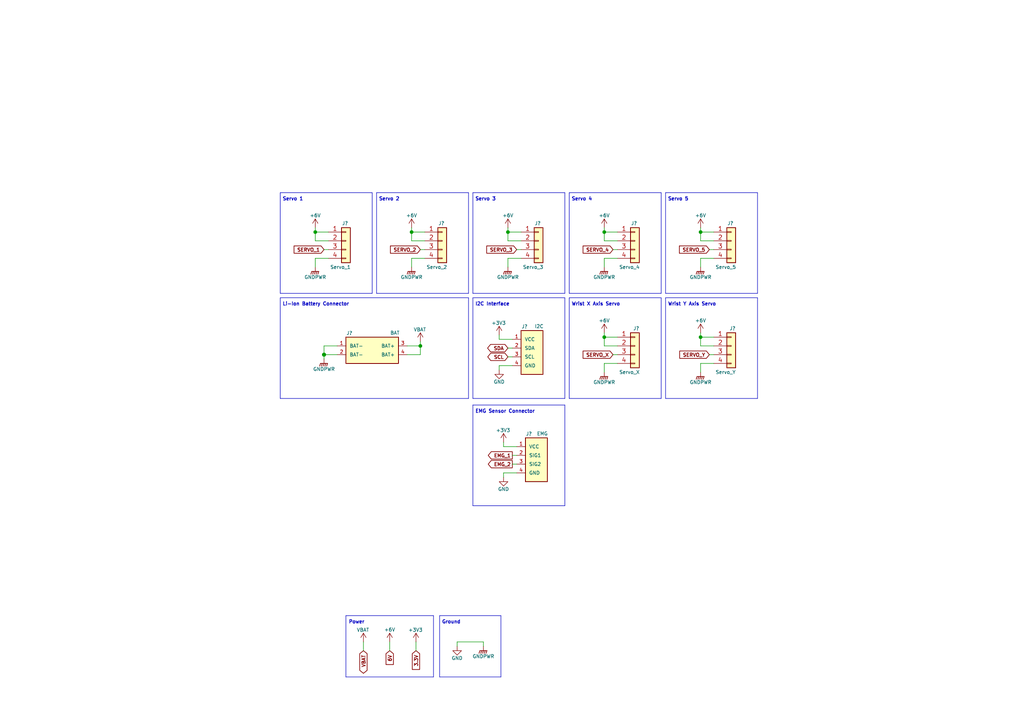
<source format=kicad_sch>
(kicad_sch (version 20201015) (generator eeschema)
  (paper "A4")
  (title_block (title "Output Connectors") (date "2020-10-20") (rev "1") (company "Drawn by: Hojadurdy Durdygylyjov") (comment 1 "All peripheral input and output connectors.") (comment 2 "CC Attribution-ShareAlike 4.0 International"))
  (lib_symbols
    (symbol "Connector_Generic:Conn_01x04" (pin_names (offset 1.016) hide)
      (property "Reference" "J" (at 0 5.08 0))
      (property "Value" "Conn_01x04" (at 0 -7.62 0))
      (symbol "Conn_01x04_1_1"
        (rectangle (start -1.27 -4.953) (end 0 -5.207) (stroke (width 0.1524)))
        (rectangle (start -1.27 -2.413) (end 0 -2.667) (stroke (width 0.1524)))
        (rectangle (start -1.27 2.667) (end 0 2.413) (stroke (width 0.1524)))
        (rectangle (start -1.27 3.81) (end 1.27 -6.35) (stroke (width 0.254)) (fill (type background)))
        (rectangle (start -1.27 0.127) (end 0 -0.127) (stroke (width 0.1524)))
        (pin passive line (at -5.08 2.54 0) (length 3.81) (name "Pin_1") (number "1"))
        (pin passive line (at -5.08 0 0) (length 3.81) (name "Pin_2") (number "2"))
        (pin passive line (at -5.08 -2.54 0) (length 3.81) (name "Pin_3") (number "3"))
        (pin passive line (at -5.08 -5.08 0) (length 3.81) (name "Pin_4") (number "4"))
      )
    )
    (symbol "HD_LibDB:BATT" (pin_names (offset 1.016))
      (property "Reference" "J" (at -2.54 8.89 0))
      (property "Value" "BATT" (at -7.62 -5.08 0))
      (symbol "BATT_0_1"
        (rectangle (start -7.62 3.81) (end 7.62 -3.81) (stroke (width 0.254)) (fill (type background)))
      )
      (symbol "BATT_1_1"
        (pin power_in line (at 10.16 1.27 180) (length 2.54) (name "BAT+") (number "3"))
        (pin passive line (at 10.16 -1.27 180) (length 2.54) (name "BAT+") (number "4"))
        (pin passive line (at -10.16 1.27 0) (length 2.54) (name "BAT-") (number "1"))
        (pin passive line (at -10.16 -1.27 0) (length 2.54) (name "BAT-") (number "2"))
      )
    )
    (symbol "HD_LibDB:EMG" (pin_names (offset 1.016))
      (property "Reference" "J" (at -2.54 8.89 0))
      (property "Value" "EMG" (at 1.27 8.89 0))
      (symbol "EMG_0_1"
        (rectangle (start -2.54 7.62) (end 3.81 -5.08) (stroke (width 0.254)) (fill (type background)))
      )
      (symbol "EMG_1_1"
        (pin power_in line (at -5.08 5.08 0) (length 2.54) (name "VCC") (number "1"))
        (pin bidirectional line (at -5.08 2.54 0) (length 2.54) (name "SIG1") (number "2"))
        (pin bidirectional line (at -5.08 0 0) (length 2.54) (name "SIG2") (number "3"))
        (pin power_in line (at -5.08 -2.54 0) (length 2.54) (name "GND") (number "4"))
      )
    )
    (symbol "HD_LibDB:I2C" (pin_names (offset 1.016))
      (property "Reference" "J" (at -2.54 8.89 0))
      (property "Value" "I2C" (at 1.27 8.89 0))
      (symbol "I2C_0_1"
        (rectangle (start -2.54 7.62) (end 3.81 -5.08) (stroke (width 0.254)) (fill (type background)))
      )
      (symbol "I2C_1_1"
        (pin power_in line (at -5.08 5.08 0) (length 2.54) (name "VCC") (number "1"))
        (pin bidirectional line (at -5.08 2.54 0) (length 2.54) (name "SDA") (number "2"))
        (pin bidirectional line (at -5.08 0 0) (length 2.54) (name "SCL") (number "3"))
        (pin power_in line (at -5.08 -2.54 0) (length 2.54) (name "GND") (number "4"))
      )
    )
    (symbol "HD_LibSym:+3.3V" (power) (pin_names (offset 0))
      (property "Value" "+3.3V" (at 0 2.921 0))
      (symbol "+3.3V_0_1"
        (polyline (pts (xy -0.762 0.635) (xy 0 1.905)))
        (polyline (pts (xy 0 -0.635) (xy 0 1.905)))
        (polyline (pts (xy 0 1.905) (xy 0.762 0.635)))
      )
      (symbol "+3.3V_1_1"
        (pin power_in line (at 0 -0.635 90) (length 0) hide (name "+3V3") (number "1"))
      )
    )
    (symbol "HD_LibSym:+6V" (power) (pin_names (offset 0))
      (property "Value" "+6V" (at 0 3.556 0))
      (symbol "+6V_0_1"
        (polyline (pts (xy -0.762 1.27) (xy 0 2.54)))
        (polyline (pts (xy 0 0) (xy 0 2.54)))
        (polyline (pts (xy 0 2.54) (xy 0.762 1.27)))
      )
      (symbol "+6V_1_1"
        (pin power_in line (at 0 0 90) (length 0) hide (name "+6V") (number "1"))
      )
    )
    (symbol "HD_LibSym:VBAT" (power) (pin_names (offset 0))
      (property "Value" "VBAT" (at 0 3.556 0))
      (symbol "VBAT_0_1"
        (polyline (pts (xy -0.762 1.27) (xy 0 2.54)))
        (polyline (pts (xy 0 0) (xy 0 2.54)))
        (polyline (pts (xy 0 2.54) (xy 0.762 1.27)))
      )
      (symbol "VBAT_1_1"
        (pin power_in line (at 0 0 90) (length 0) hide (name "VBAT") (number "1"))
      )
    )
    (symbol "power:GND" (power) (pin_names (offset 0))
      (property "Value" "GND" (at 0 -3.81 0))
      (symbol "GND_0_1"
        (polyline (pts (xy 0 0) (xy 0 -1.27) (xy 1.27 -1.27) (xy 0 -2.54) (xy -1.27 -1.27) (xy 0 -1.27)))
      )
      (symbol "GND_1_1"
        (pin power_in line (at 0 0 270) (length 0) hide (name "GND") (number "1"))
      )
    )
    (symbol "power:GNDPWR" (power) (pin_names (offset 0))
      (property "Value" "GNDPWR" (at 0 -3.302 0))
      (symbol "GNDPWR_0_1"
        (polyline (pts (xy 0 -1.27) (xy 0 0)))
        (polyline (pts (xy -1.016 -1.27) (xy -1.27 -2.032) (xy -1.27 -2.032)) (stroke (width 0.2032)))
        (polyline (pts (xy -0.508 -1.27) (xy -0.762 -2.032) (xy -0.762 -2.032)) (stroke (width 0.2032)))
        (polyline (pts (xy 0 -1.27) (xy -0.254 -2.032) (xy -0.254 -2.032)) (stroke (width 0.2032)))
        (polyline (pts (xy 0.508 -1.27) (xy 0.254 -2.032) (xy 0.254 -2.032)) (stroke (width 0.2032)))
        (polyline (pts (xy 1.016 -1.27) (xy -1.016 -1.27) (xy -1.016 -1.27)) (stroke (width 0.2032)))
        (polyline (pts (xy 1.016 -1.27) (xy 0.762 -2.032) (xy 0.762 -2.032) (xy 0.762 -2.032)) (stroke (width 0.2032)))
      )
      (symbol "GNDPWR_1_1"
        (pin power_in line (at 0 0 270) (length 0) hide (name "GNDPWR") (number "1"))
      )
    )
  )
  (junction (at 91.44 67.31) (diameter 0.9144))
  (junction (at 93.98 102.87) (diameter 1.016))
  (junction (at 119.38 67.31) (diameter 0.9144))
  (junction (at 121.92 100.33) (diameter 0.9144))
  (junction (at 147.32 67.31) (diameter 0.9144))
  (junction (at 175.26 67.31) (diameter 0.9144))
  (junction (at 175.26 97.79) (diameter 0.9144))
  (junction (at 203.2 67.31) (diameter 0.9144))
  (junction (at 203.2 97.79) (diameter 0.9144))
  (wire (pts (xy 91.44 67.31) (xy 91.44 66.04)))
  (wire (pts (xy 91.44 67.31) (xy 95.25 67.31)))
  (wire (pts (xy 91.44 69.85) (xy 91.44 67.31)))
  (wire (pts (xy 91.44 74.93) (xy 91.44 77.47)))
  (wire (pts (xy 93.98 72.39) (xy 95.25 72.39)))
  (wire (pts (xy 93.98 100.33) (xy 97.79 100.33)))
  (wire (pts (xy 93.98 102.87) (xy 93.98 100.33)))
  (wire (pts (xy 93.98 102.87) (xy 97.79 102.87)))
  (wire (pts (xy 93.98 104.14) (xy 93.98 102.87)))
  (wire (pts (xy 95.25 69.85) (xy 91.44 69.85)))
  (wire (pts (xy 95.25 74.93) (xy 91.44 74.93)))
  (wire (pts (xy 105.41 186.182) (xy 105.41 188.722)))
  (wire (pts (xy 113.03 186.182) (xy 113.03 188.722)))
  (wire (pts (xy 118.11 100.33) (xy 121.92 100.33)))
  (wire (pts (xy 119.38 66.04) (xy 119.38 67.31)))
  (wire (pts (xy 119.38 67.31) (xy 119.38 69.85)))
  (wire (pts (xy 119.38 67.31) (xy 123.19 67.31)))
  (wire (pts (xy 119.38 74.93) (xy 119.38 77.47)))
  (wire (pts (xy 120.65 186.182) (xy 120.65 188.722)))
  (wire (pts (xy 121.92 72.39) (xy 123.19 72.39)))
  (wire (pts (xy 121.92 99.06) (xy 121.92 100.33)))
  (wire (pts (xy 121.92 100.33) (xy 121.92 102.87)))
  (wire (pts (xy 121.92 102.87) (xy 118.11 102.87)))
  (wire (pts (xy 123.19 69.85) (xy 119.38 69.85)))
  (wire (pts (xy 123.19 74.93) (xy 119.38 74.93)))
  (wire (pts (xy 132.588 186.182) (xy 132.588 187.452)))
  (wire (pts (xy 140.208 186.182) (xy 132.588 186.182)))
  (wire (pts (xy 140.208 187.452) (xy 140.208 186.182)))
  (wire (pts (xy 144.78 97.155) (xy 144.78 98.425)))
  (wire (pts (xy 144.78 98.425) (xy 148.59 98.425)))
  (wire (pts (xy 144.78 106.045) (xy 144.78 107.315)))
  (wire (pts (xy 146.05 128.27) (xy 146.05 129.54)))
  (wire (pts (xy 146.05 129.54) (xy 149.86 129.54)))
  (wire (pts (xy 146.05 137.16) (xy 146.05 138.43)))
  (wire (pts (xy 147.32 66.04) (xy 147.32 67.31)))
  (wire (pts (xy 147.32 67.31) (xy 147.32 69.85)))
  (wire (pts (xy 147.32 67.31) (xy 151.13 67.31)))
  (wire (pts (xy 147.32 74.93) (xy 147.32 77.47)))
  (wire (pts (xy 147.32 100.965) (xy 148.59 100.965)))
  (wire (pts (xy 147.32 103.505) (xy 148.59 103.505)))
  (wire (pts (xy 148.59 106.045) (xy 144.78 106.045)))
  (wire (pts (xy 148.59 132.08) (xy 149.86 132.08)))
  (wire (pts (xy 148.59 134.62) (xy 149.86 134.62)))
  (wire (pts (xy 149.86 72.39) (xy 151.13 72.39)))
  (wire (pts (xy 149.86 137.16) (xy 146.05 137.16)))
  (wire (pts (xy 151.13 69.85) (xy 147.32 69.85)))
  (wire (pts (xy 151.13 74.93) (xy 147.32 74.93)))
  (wire (pts (xy 175.26 67.31) (xy 175.26 66.04)))
  (wire (pts (xy 175.26 67.31) (xy 179.07 67.31)))
  (wire (pts (xy 175.26 69.85) (xy 175.26 67.31)))
  (wire (pts (xy 175.26 74.93) (xy 175.26 77.47)))
  (wire (pts (xy 175.26 96.52) (xy 175.26 97.79)))
  (wire (pts (xy 175.26 97.79) (xy 175.26 100.33)))
  (wire (pts (xy 175.26 97.79) (xy 179.07 97.79)))
  (wire (pts (xy 175.26 105.41) (xy 175.26 107.95)))
  (wire (pts (xy 177.8 72.39) (xy 179.07 72.39)))
  (wire (pts (xy 177.8 102.87) (xy 179.07 102.87)))
  (wire (pts (xy 179.07 69.85) (xy 175.26 69.85)))
  (wire (pts (xy 179.07 74.93) (xy 175.26 74.93)))
  (wire (pts (xy 179.07 100.33) (xy 175.26 100.33)))
  (wire (pts (xy 179.07 105.41) (xy 175.26 105.41)))
  (wire (pts (xy 203.2 67.31) (xy 203.2 66.04)))
  (wire (pts (xy 203.2 67.31) (xy 207.01 67.31)))
  (wire (pts (xy 203.2 69.85) (xy 203.2 67.31)))
  (wire (pts (xy 203.2 74.93) (xy 203.2 77.47)))
  (wire (pts (xy 203.2 97.79) (xy 203.2 96.52)))
  (wire (pts (xy 203.2 97.79) (xy 207.01 97.79)))
  (wire (pts (xy 203.2 100.33) (xy 203.2 97.79)))
  (wire (pts (xy 203.2 105.41) (xy 203.2 107.95)))
  (wire (pts (xy 205.74 72.39) (xy 207.01 72.39)))
  (wire (pts (xy 205.74 102.87) (xy 207.01 102.87)))
  (wire (pts (xy 207.01 69.85) (xy 203.2 69.85)))
  (wire (pts (xy 207.01 74.93) (xy 203.2 74.93)))
  (wire (pts (xy 207.01 100.33) (xy 203.2 100.33)))
  (wire (pts (xy 207.01 105.41) (xy 203.2 105.41)))
  (polyline (pts (xy 81.28 55.88) (xy 81.28 85.09)) (stroke (width 0.152) (type solid)))
  (polyline (pts (xy 81.28 55.88) (xy 107.95 55.88)) (stroke (width 0.152) (type solid)))
  (polyline (pts (xy 81.28 85.09) (xy 107.95 85.09)) (stroke (width 0.152) (type solid)))
  (polyline (pts (xy 81.28 86.36) (xy 81.28 115.57)) (stroke (width 0.152) (type solid)))
  (polyline (pts (xy 81.28 86.36) (xy 135.89 86.36)) (stroke (width 0.152) (type solid)))
  (polyline (pts (xy 81.28 115.57) (xy 135.89 115.57)) (stroke (width 0.152) (type solid)))
  (polyline (pts (xy 100.33 178.562) (xy 100.33 196.342)) (stroke (width 0.152) (type solid)))
  (polyline (pts (xy 100.33 196.342) (xy 125.73 196.342)) (stroke (width 0.152) (type solid)))
  (polyline (pts (xy 107.95 85.09) (xy 107.95 55.88)) (stroke (width 0.152) (type solid)))
  (polyline (pts (xy 109.22 55.88) (xy 109.22 85.09)) (stroke (width 0.152) (type solid)))
  (polyline (pts (xy 109.22 55.88) (xy 135.89 55.88)) (stroke (width 0.152) (type solid)))
  (polyline (pts (xy 109.22 85.09) (xy 135.89 85.09)) (stroke (width 0.152) (type solid)))
  (polyline (pts (xy 125.73 178.562) (xy 100.33 178.562)) (stroke (width 0.152) (type solid)))
  (polyline (pts (xy 125.73 178.562) (xy 125.73 196.342)) (stroke (width 0.152) (type solid)))
  (polyline (pts (xy 127.508 178.562) (xy 127.508 196.342)) (stroke (width 0.152) (type solid)))
  (polyline (pts (xy 127.508 196.342) (xy 145.288 196.342)) (stroke (width 0.152) (type solid)))
  (polyline (pts (xy 135.89 85.09) (xy 135.89 55.88)) (stroke (width 0.152) (type solid)))
  (polyline (pts (xy 135.89 115.57) (xy 135.89 86.36)) (stroke (width 0.152) (type solid)))
  (polyline (pts (xy 137.16 55.88) (xy 137.16 85.09)) (stroke (width 0.152) (type solid)))
  (polyline (pts (xy 137.16 55.88) (xy 163.83 55.88)) (stroke (width 0.152) (type solid)))
  (polyline (pts (xy 137.16 85.09) (xy 163.83 85.09)) (stroke (width 0.152) (type solid)))
  (polyline (pts (xy 137.16 86.36) (xy 137.16 115.57)) (stroke (width 0.152) (type solid)))
  (polyline (pts (xy 137.16 86.36) (xy 163.83 86.36)) (stroke (width 0.152) (type solid)))
  (polyline (pts (xy 137.16 115.57) (xy 163.83 115.57)) (stroke (width 0.152) (type solid)))
  (polyline (pts (xy 137.16 117.475) (xy 137.16 146.685)) (stroke (width 0.152) (type solid)))
  (polyline (pts (xy 137.16 117.475) (xy 163.83 117.475)) (stroke (width 0.152) (type solid)))
  (polyline (pts (xy 137.16 146.685) (xy 163.83 146.685)) (stroke (width 0.152) (type solid)))
  (polyline (pts (xy 145.288 178.562) (xy 127.508 178.562)) (stroke (width 0.152) (type solid)))
  (polyline (pts (xy 145.288 178.562) (xy 145.288 196.342)) (stroke (width 0.152) (type solid)))
  (polyline (pts (xy 163.83 85.09) (xy 163.83 55.88)) (stroke (width 0.152) (type solid)))
  (polyline (pts (xy 163.83 115.57) (xy 163.83 86.36)) (stroke (width 0.152) (type solid)))
  (polyline (pts (xy 163.83 146.685) (xy 163.83 117.475)) (stroke (width 0.152) (type solid)))
  (polyline (pts (xy 165.1 55.88) (xy 165.1 85.09)) (stroke (width 0.152) (type solid)))
  (polyline (pts (xy 165.1 55.88) (xy 191.77 55.88)) (stroke (width 0.152) (type solid)))
  (polyline (pts (xy 165.1 85.09) (xy 191.77 85.09)) (stroke (width 0.152) (type solid)))
  (polyline (pts (xy 165.1 86.36) (xy 165.1 115.57)) (stroke (width 0.152) (type solid)))
  (polyline (pts (xy 165.1 86.36) (xy 191.77 86.36)) (stroke (width 0.152) (type solid)))
  (polyline (pts (xy 165.1 115.57) (xy 191.77 115.57)) (stroke (width 0.152) (type solid)))
  (polyline (pts (xy 191.77 85.09) (xy 191.77 55.88)) (stroke (width 0.152) (type solid)))
  (polyline (pts (xy 191.77 115.57) (xy 191.77 86.36)) (stroke (width 0.152) (type solid)))
  (polyline (pts (xy 193.04 55.88) (xy 193.04 85.09)) (stroke (width 0.152) (type solid)))
  (polyline (pts (xy 193.04 55.88) (xy 219.71 55.88)) (stroke (width 0.152) (type solid)))
  (polyline (pts (xy 193.04 85.09) (xy 219.71 85.09)) (stroke (width 0.152) (type solid)))
  (polyline (pts (xy 193.04 86.36) (xy 193.04 115.57)) (stroke (width 0.152) (type solid)))
  (polyline (pts (xy 193.04 86.36) (xy 219.71 86.36)) (stroke (width 0.152) (type solid)))
  (polyline (pts (xy 193.04 115.57) (xy 219.71 115.57)) (stroke (width 0.152) (type solid)))
  (polyline (pts (xy 219.71 85.09) (xy 219.71 55.88)) (stroke (width 0.152) (type solid)))
  (polyline (pts (xy 219.71 115.57) (xy 219.71 86.36)) (stroke (width 0.152) (type solid)))
  (text "Servo 1" (at 81.915 58.42 0) (effects (font (size 1 1) (thickness 0.2) bold) (justify left bottom)))
  (text "Li-Ion Battery Connector" (at 81.915 88.9 0) (effects (font (size 1 1) (thickness 0.2) bold) (justify left bottom)))
  (text "Power" (at 101.092 181.102 0) (effects (font (size 1 1) (thickness 0.2) bold) (justify left bottom)))
  (text "Servo 2" (at 109.855 58.42 0) (effects (font (size 1 1) (thickness 0.2) bold) (justify left bottom)))
  (text "Ground" (at 128.143 181.102 0) (effects (font (size 1 1) (thickness 0.2) bold) (justify left bottom)))
  (text "Servo 3" (at 137.795 58.42 0) (effects (font (size 1 1) (thickness 0.2) bold) (justify left bottom)))
  (text "I2C Interface" (at 137.795 88.9 0) (effects (font (size 1 1) (thickness 0.2) bold) (justify left bottom)))
  (text "EMG Sensor Connector" (at 137.795 120.015 0) (effects (font (size 1 1) (thickness 0.2) bold) (justify left bottom)))
  (text "Servo 4" (at 165.735 58.42 0) (effects (font (size 1 1) (thickness 0.2) bold) (justify left bottom)))
  (text "Wrist X Axis Servo" (at 165.735 88.9 0) (effects (font (size 1 1) (thickness 0.2) bold) (justify left bottom)))
  (text "Servo 5" (at 193.675 58.42 0) (effects (font (size 1 1) (thickness 0.2) bold) (justify left bottom)))
  (text "Wrist Y Axis Servo" (at 193.675 88.9 0) (effects (font (size 1 1) (thickness 0.2) bold) (justify left bottom)))
  (global_label "SERVO_1" (shape input) (at 93.98 72.39 180) (property "Intersheet References" "${INTERSHEET_REFS}" (effects hide)) (effects (font (size 1 1) (thickness 0.2) bold)))
  (global_label "VBAT" (shape bidirectional) (at 105.41 188.722 270) (property "Intersheet References" "${INTERSHEET_REFS}" (effects hide)) (effects (font (size 1 1) (thickness 0.2) bold)))
  (global_label "6V" (shape input) (at 113.03 188.722 270) (property "Intersheet References" "${INTERSHEET_REFS}" (effects hide)) (effects (font (size 1 1) (thickness 0.2) bold)))
  (global_label "3.3V" (shape input) (at 120.65 188.722 270) (property "Intersheet References" "${INTERSHEET_REFS}" (effects hide)) (effects (font (size 1 1) (thickness 0.2) bold)))
  (global_label "SERVO_2" (shape input) (at 121.92 72.39 180) (property "Intersheet References" "${INTERSHEET_REFS}" (effects hide)) (effects (font (size 1 1) (thickness 0.2) bold)))
  (global_label "SDA" (shape bidirectional) (at 147.32 100.965 180) (property "Intersheet References" "${INTERSHEET_REFS}" (effects hide)) (effects (font (size 1 1) (thickness 0.2) bold)))
  (global_label "SCL" (shape bidirectional) (at 147.32 103.505 180) (property "Intersheet References" "${INTERSHEET_REFS}" (effects hide)) (effects (font (size 1 1) (thickness 0.2) bold)))
  (global_label "EMG_1" (shape output) (at 148.59 132.08 180) (property "Intersheet References" "${INTERSHEET_REFS}" (effects hide)) (effects (font (size 1 1) (thickness 0.2) bold)))
  (global_label "EMG_2" (shape output) (at 148.59 134.62 180) (property "Intersheet References" "${INTERSHEET_REFS}" (effects hide)) (effects (font (size 1 1) (thickness 0.2) bold)))
  (global_label "SERVO_3" (shape input) (at 149.86 72.39 180) (property "Intersheet References" "${INTERSHEET_REFS}" (effects hide)) (effects (font (size 1 1) (thickness 0.2) bold)))
  (global_label "SERVO_4" (shape input) (at 177.8 72.39 180) (property "Intersheet References" "${INTERSHEET_REFS}" (effects hide)) (effects (font (size 1 1) (thickness 0.2) bold)))
  (global_label "SERVO_X" (shape input) (at 177.8 102.87 180) (property "Intersheet References" "${INTERSHEET_REFS}" (effects hide)) (effects (font (size 1 1) (thickness 0.2) bold)))
  (global_label "SERVO_5" (shape input) (at 205.74 72.39 180) (property "Intersheet References" "${INTERSHEET_REFS}" (effects hide)) (effects (font (size 1 1) (thickness 0.2) bold)))
  (global_label "SERVO_Y" (shape input) (at 205.74 102.87 180) (property "Intersheet References" "${INTERSHEET_REFS}" (effects hide)) (effects (font (size 1 1) (thickness 0.2) bold)))
  (symbol (lib_id "HD_LibSym:+6V") (at 91.44 66.04 0) (unit 1)
    (property "Reference" "#PWR?" (effects hide))
    (property "Value" "+6V" (at 91.44 62.484 0) (effects (font (size 1 1))))
  )
  (symbol (lib_id "HD_LibSym:VBAT") (at 105.41 186.182 0) (unit 1)
    (property "Reference" "#PWR?" (effects hide))
    (property "Value" "VBAT" (at 105.2703 182.7099 0) (effects (font (size 1 1))))
  )
  (symbol (lib_id "HD_LibSym:+6V") (at 113.03 186.182 0) (unit 1)
    (property "Reference" "#PWR?" (effects hide))
    (property "Value" "+6V" (at 113.03 182.626 0) (effects (font (size 1 1))))
  )
  (symbol (lib_id "HD_LibSym:+6V") (at 119.38 66.04 0) (unit 1)
    (property "Reference" "#PWR?" (effects hide))
    (property "Value" "+6V" (at 119.38 62.484 0) (effects (font (size 1 1))))
  )
  (symbol (lib_id "HD_LibSym:+3.3V") (at 120.65 185.547 0) (unit 1)
    (property "Reference" "#PWR?" (effects hide))
    (property "Value" "+3.3V" (at 120.5103 182.7099 0) (effects (font (size 1 1))))
  )
  (symbol (lib_id "HD_LibSym:VBAT") (at 121.92 99.06 0) (unit 1)
    (property "Reference" "#PWR?" (effects hide))
    (property "Value" "VBAT" (at 121.7803 95.5879 0) (effects (font (size 1 1))))
  )
  (symbol (lib_id "HD_LibSym:+3.3V") (at 144.78 96.52 0) (unit 1)
    (property "Reference" "#PWR?" (effects hide))
    (property "Value" "+3.3V" (at 144.6403 93.6829 0) (effects (font (size 1 1))))
  )
  (symbol (lib_id "HD_LibSym:+3.3V") (at 146.05 127.635 0) (unit 1)
    (property "Reference" "#PWR?" (effects hide))
    (property "Value" "+3.3V" (at 145.9103 124.7979 0) (effects (font (size 1 1))))
  )
  (symbol (lib_id "HD_LibSym:+6V") (at 147.32 66.04 0) (unit 1)
    (property "Reference" "#PWR?" (effects hide))
    (property "Value" "+6V" (at 147.32 62.484 0) (effects (font (size 1 1))))
  )
  (symbol (lib_id "HD_LibSym:+6V") (at 175.26 66.04 0) (unit 1)
    (property "Reference" "#PWR?" (effects hide))
    (property "Value" "+6V" (at 175.26 62.484 0) (effects (font (size 1 1))))
  )
  (symbol (lib_id "HD_LibSym:+6V") (at 175.26 96.52 0) (unit 1)
    (property "Reference" "#PWR?" (effects hide))
    (property "Value" "+6V" (at 175.26 92.964 0) (effects (font (size 1 1))))
  )
  (symbol (lib_id "HD_LibSym:+6V") (at 203.2 66.04 0) (unit 1)
    (property "Reference" "#PWR?" (effects hide))
    (property "Value" "+6V" (at 203.2 62.484 0) (effects (font (size 1 1))))
  )
  (symbol (lib_id "HD_LibSym:+6V") (at 203.2 96.52 0) (unit 1)
    (property "Reference" "#PWR?" (effects hide))
    (property "Value" "+6V" (at 203.2 92.964 0) (effects (font (size 1 1))))
  )
  (symbol (lib_id "power:GNDPWR") (at 91.44 77.47 0) (unit 1)
    (property "Reference" "#PWR?" (effects hide))
    (property "Value" "GNDPWR" (at 91.44 80.391 0) (effects (font (size 1 1))))
  )
  (symbol (lib_id "power:GNDPWR") (at 93.98 104.14 0) (unit 1)
    (property "Reference" "#PWR?" (effects hide))
    (property "Value" "GNDPWR" (at 93.98 107.061 0) (effects (font (size 1 1))))
  )
  (symbol (lib_id "power:GNDPWR") (at 119.38 77.47 0) (unit 1)
    (property "Reference" "#PWR?" (effects hide))
    (property "Value" "GNDPWR" (at 119.38 80.391 0) (effects (font (size 1 1))))
  )
  (symbol (lib_id "power:GNDPWR") (at 140.208 187.452 0) (unit 1)
    (property "Reference" "#PWR?" (effects hide))
    (property "Value" "GNDPWR" (at 140.208 190.373 0) (effects (font (size 1 1))))
  )
  (symbol (lib_id "power:GNDPWR") (at 147.32 77.47 0) (unit 1)
    (property "Reference" "#PWR?" (effects hide))
    (property "Value" "GNDPWR" (at 147.32 80.391 0) (effects (font (size 1 1))))
  )
  (symbol (lib_id "power:GNDPWR") (at 175.26 77.47 0) (unit 1)
    (property "Reference" "#PWR?" (effects hide))
    (property "Value" "GNDPWR" (at 175.26 80.391 0) (effects (font (size 1 1))))
  )
  (symbol (lib_id "power:GNDPWR") (at 175.26 107.95 0) (unit 1)
    (property "Reference" "#PWR?" (effects hide))
    (property "Value" "GNDPWR" (at 175.26 110.871 0) (effects (font (size 1 1))))
  )
  (symbol (lib_id "power:GNDPWR") (at 203.2 77.47 0) (unit 1)
    (property "Reference" "#PWR?" (effects hide))
    (property "Value" "GNDPWR" (at 203.2 80.391 0) (effects (font (size 1 1))))
  )
  (symbol (lib_id "power:GNDPWR") (at 203.2 107.95 0) (unit 1)
    (property "Reference" "#PWR?" (effects hide))
    (property "Value" "GNDPWR" (at 203.2 110.871 0) (effects (font (size 1 1))))
  )
  (symbol (lib_id "power:GND") (at 132.588 187.452 0) (unit 1)
    (property "Reference" "#PWR?" (effects hide))
    (property "Value" "GND" (at 132.575 190.887 0) (effects (font (size 1 1))))
  )
  (symbol (lib_id "power:GND") (at 144.78 107.315 0) (unit 1)
    (property "Reference" "#PWR?" (effects hide))
    (property "Value" "GND" (at 144.767 110.75 0) (effects (font (size 1 1))))
  )
  (symbol (lib_id "power:GND") (at 146.05 138.43 0) (unit 1)
    (property "Reference" "#PWR?" (effects hide))
    (property "Value" "GND" (at 146.037 141.865 0) (effects (font (size 1 1))))
  )
  (symbol (lib_id "Connector_Generic:Conn_01x04") (at 100.33 69.85 0) (unit 1)
    (property "Reference" "J?" (at 99.187 64.77 0) (effects (font (size 1 1)) (justify left)))
    (property "Value" "Servo_1" (at 95.758 77.47 0) (effects (font (size 1 1)) (justify left)))
    (property "Footprint" "HD_ModDB:JST_SH_SM04B-SRSS-TB_1x04-1MP_P1.00mm_Horizontal" (effects hide))
  )
  (symbol (lib_id "Connector_Generic:Conn_01x04") (at 128.27 69.85 0) (unit 1)
    (property "Reference" "J?" (at 127.127 64.77 0) (effects (font (size 1 1)) (justify left)))
    (property "Value" "Servo_2" (at 123.698 77.47 0) (effects (font (size 1 1)) (justify left)))
    (property "Footprint" "HD_ModDB:JST_SH_SM04B-SRSS-TB_1x04-1MP_P1.00mm_Horizontal" (effects hide))
  )
  (symbol (lib_id "Connector_Generic:Conn_01x04") (at 156.21 69.85 0) (unit 1)
    (property "Reference" "J?" (at 155.067 64.77 0) (effects (font (size 1 1)) (justify left)))
    (property "Value" "Servo_3" (at 151.638 77.47 0) (effects (font (size 1 1)) (justify left)))
    (property "Footprint" "HD_ModDB:JST_SH_SM04B-SRSS-TB_1x04-1MP_P1.00mm_Horizontal" (effects hide))
  )
  (symbol (lib_id "Connector_Generic:Conn_01x04") (at 184.15 69.85 0) (unit 1)
    (property "Reference" "J?" (at 183.007 64.77 0) (effects (font (size 1 1)) (justify left)))
    (property "Value" "Servo_4" (at 179.578 77.47 0) (effects (font (size 1 1)) (justify left)))
    (property "Footprint" "HD_ModDB:JST_SH_SM04B-SRSS-TB_1x04-1MP_P1.00mm_Horizontal" (effects hide))
  )
  (symbol (lib_id "Connector_Generic:Conn_01x04") (at 184.15 100.33 0) (unit 1)
    (property "Reference" "J?" (at 183.642 95.25 0) (effects (font (size 1 1)) (justify left)))
    (property "Value" "Servo_X" (at 179.578 107.95 0) (effects (font (size 1 1)) (justify left)))
    (property "Footprint" "HD_ModDB:JST_SH_SM04B-SRSS-TB_1x04-1MP_P1.00mm_Horizontal" (effects hide))
  )
  (symbol (lib_id "Connector_Generic:Conn_01x04") (at 212.09 69.85 0) (unit 1)
    (property "Reference" "J?" (at 210.947 64.77 0) (effects (font (size 1 1)) (justify left)))
    (property "Value" "Servo_5" (at 207.518 77.47 0) (effects (font (size 1 1)) (justify left)))
    (property "Footprint" "HD_ModDB:JST_SH_SM04B-SRSS-TB_1x04-1MP_P1.00mm_Horizontal" (effects hide))
  )
  (symbol (lib_id "Connector_Generic:Conn_01x04") (at 212.09 100.33 0) (unit 1)
    (property "Reference" "J?" (at 211.582 95.25 0) (effects (font (size 1 1)) (justify left)))
    (property "Value" "Servo_Y" (at 207.518 107.95 0) (effects (font (size 1 1)) (justify left)))
    (property "Footprint" "HD_ModDB:JST_SH_SM04B-SRSS-TB_1x04-1MP_P1.00mm_Horizontal" (effects hide))
  )
  (symbol (lib_id "HD_LibDB:I2C") (at 153.67 103.505 0) (unit 1)
    (property "Reference" "J?" (at 151.257 94.706 0) (effects (font (size 1 1)) (justify left)))
    (property "Value" "I2C" (at 155.067 94.65 0) (effects (font (size 1 1)) (justify left)))
    (property "Footprint" "HD_ModDB:JST_SH_SM04B-SRSS-TB_1x04-1MP_P1.00mm_Horizontal" (effects hide))
    (property "Datasheet" " ~" (effects hide))
  )
  (symbol (lib_id "HD_LibDB:EMG") (at 154.94 134.62 0) (unit 1)
    (property "Reference" "J?" (at 152.527 125.821 0) (effects (font (size 0.991 0.991)) (justify left)))
    (property "Value" "EMG" (at 155.7021 125.7654 0) (effects (font (size 0.991 0.991)) (justify left)))
    (property "Footprint" "HD_ModDB:JST_SH_SM04B-SRSS-TB_1x04-1MP_P1.00mm_Horizontal" (effects hide))
    (property "Datasheet" " ~" (effects hide))
  )
  (symbol (lib_id "HD_LibDB:BATT") (at 107.95 101.6 0) (unit 1)
    (property "Reference" "J?" (at 100.457 96.611 0) (effects (font (size 0.991 0.991)) (justify left)))
    (property "Value" "BAT" (at 113.157 96.555 0) (effects (font (size 0.991 0.991)) (justify left)))
    (property "Footprint" "HD_ModDB:JST_SH_SM04B-SRSS-TB_1x04-1MP_P1.00mm_Horizontal" (effects hide))
  )
)
</source>
